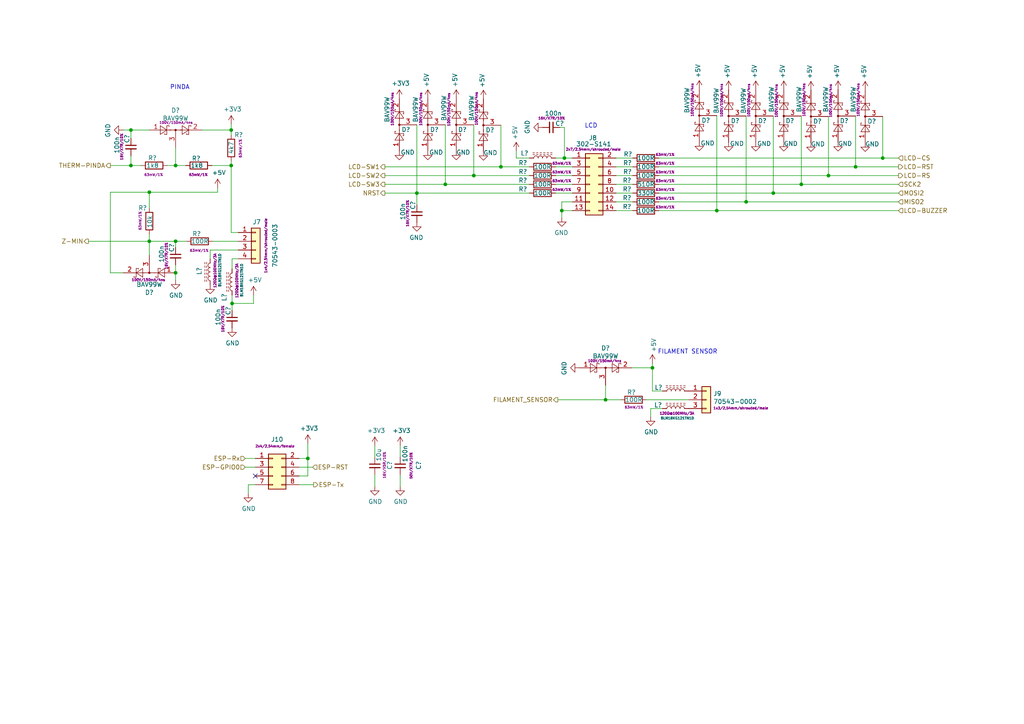
<source format=kicad_sch>
(kicad_sch (version 20231120) (generator "eeschema") (generator_version "8.0")
  (paper "A4")
  (title_block (title "Buddy") (date "2019-10-24") (rev "v1.0.0") (company "PRUSA Research s.r.o.") (comment 1 "http://creativecommons.org/licenses/by-sa/4.0/") (comment 2 "Licensed under the Attribution-ShareAlike 4.0 International (CC BY-SA 4.0)"))
  (lib_symbols
    (symbol "BUDDY_v1.0.0-rescue:+3.3V-power" (power) (pin_names (offset 0))
      (property "Value" "power:+3.3V" (at 0 3.556 0))
      (symbol "+3.3V-power_0_1"
        (polyline (pts (xy -0.762 1.27) (xy 0 2.54)))
        (polyline (pts (xy 0 0) (xy 0 2.54)))
        (polyline (pts (xy 0 2.54) (xy 0.762 1.27)))
      )
      (symbol "+3.3V-power_1_1"
        (pin power_in line (at 0 0 90) (length 0) hide (name "+3V3") (number "1"))
      )
    )
    (symbol "BUDDY_v1.0.0-rescue:+5V-power" (power) (pin_names (offset 0))
      (property "Value" "power:+5V" (at 0 3.556 0))
      (symbol "+5V-power_0_1"
        (polyline (pts (xy -0.762 1.27) (xy 0 2.54)))
        (polyline (pts (xy 0 0) (xy 0 2.54)))
        (polyline (pts (xy 0 2.54) (xy 0.762 1.27)))
      )
      (symbol "+5V-power_1_1"
        (pin power_in line (at 0 0 90) (length 0) hide (name "+5V") (number "1"))
      )
    )
    (symbol "BUDDY_v1.0.0-rescue:GND-power" (power) (pin_names (offset 0))
      (property "Value" "power:GND" (at 0 -3.81 0))
      (symbol "GND-power_0_1"
        (polyline (pts (xy 0 0) (xy 0 -1.27) (xy 1.27 -1.27) (xy 0 -2.54) (xy -1.27 -1.27) (xy 0 -1.27)))
      )
      (symbol "GND-power_1_1"
        (pin power_in line (at 0 0 270) (length 0) hide (name "GND") (number "1"))
      )
    )
    (symbol "BUDDY_v1.0.0-rescue:L_Core_Ferrite-Device" (pin_numbers hide) (pin_names (offset 1.016) hide)
      (property "Reference" "L" (at -1.27 0 90))
      (property "Value" "Device:L_Core_Ferrite" (at 2.794 0 90))
      (symbol "L_Core_Ferrite-Device_0_1"
        (arc (start 0 -2.54) (mid 0.635 -1.905) (end 0 -1.27))
        (arc (start 0 -1.27) (mid 0.635 -0.635) (end 0 0))
        (polyline (pts (xy 1.016 -2.794) (xy 1.016 -2.286)))
        (polyline (pts (xy 1.016 -1.778) (xy 1.016 -1.27)))
        (polyline (pts (xy 1.016 -0.762) (xy 1.016 -0.254)))
        (polyline (pts (xy 1.016 0.254) (xy 1.016 0.762)))
        (polyline (pts (xy 1.016 1.27) (xy 1.016 1.778)))
        (polyline (pts (xy 1.016 2.286) (xy 1.016 2.794)))
        (polyline (pts (xy 1.524 -2.286) (xy 1.524 -2.794)))
        (polyline (pts (xy 1.524 -1.27) (xy 1.524 -1.778)))
        (polyline (pts (xy 1.524 -0.254) (xy 1.524 -0.762)))
        (polyline (pts (xy 1.524 0.762) (xy 1.524 0.254)))
        (polyline (pts (xy 1.524 1.778) (xy 1.524 1.27)))
        (polyline (pts (xy 1.524 2.794) (xy 1.524 2.286)))
        (arc (start 0 0) (mid 0.635 0.635) (end 0 1.27))
        (arc (start 0 1.27) (mid 0.635 1.905) (end 0 2.54))
      )
      (symbol "L_Core_Ferrite-Device_1_1"
        (pin passive line (at 0 3.81 270) (length 1.27) (name "1") (number "1"))
        (pin passive line (at 0 -3.81 90) (length 1.27) (name "2") (number "2"))
      )
    )
    (symbol "Connector_Generic:Conn_01x03" (pin_names (offset 1.016) hide)
      (property "Reference" "J" (at 0 5.08 0))
      (property "Value" "Conn_01x03" (at 0 -5.08 0))
      (symbol "Conn_01x03_1_1"
        (rectangle (start -1.27 -2.413) (end 0 -2.667) (stroke (width 0.1524)))
        (rectangle (start -1.27 0.127) (end 0 -0.127) (stroke (width 0.1524)))
        (rectangle (start -1.27 2.667) (end 0 2.413) (stroke (width 0.1524)))
        (rectangle (start -1.27 3.81) (end 1.27 -3.81) (stroke (width 0.254)) (fill (type background)))
        (pin passive line (at -5.08 2.54 0) (length 3.81) (name "Pin_1") (number "1"))
        (pin passive line (at -5.08 0 0) (length 3.81) (name "Pin_2") (number "2"))
        (pin passive line (at -5.08 -2.54 0) (length 3.81) (name "Pin_3") (number "3"))
      )
    )
    (symbol "Connector_Generic:Conn_01x04" (pin_names (offset 1.016) hide)
      (property "Reference" "J" (at 0 5.08 0))
      (property "Value" "Conn_01x04" (at 0 -7.62 0))
      (symbol "Conn_01x04_1_1"
        (rectangle (start -1.27 -4.953) (end 0 -5.207) (stroke (width 0.1524)))
        (rectangle (start -1.27 -2.413) (end 0 -2.667) (stroke (width 0.1524)))
        (rectangle (start -1.27 0.127) (end 0 -0.127) (stroke (width 0.1524)))
        (rectangle (start -1.27 2.667) (end 0 2.413) (stroke (width 0.1524)))
        (rectangle (start -1.27 3.81) (end 1.27 -6.35) (stroke (width 0.254)) (fill (type background)))
        (pin passive line (at -5.08 2.54 0) (length 3.81) (name "Pin_1") (number "1"))
        (pin passive line (at -5.08 0 0) (length 3.81) (name "Pin_2") (number "2"))
        (pin passive line (at -5.08 -2.54 0) (length 3.81) (name "Pin_3") (number "3"))
        (pin passive line (at -5.08 -5.08 0) (length 3.81) (name "Pin_4") (number "4"))
      )
    )
    (symbol "Connector_Generic:Conn_02x04_Odd_Even" (pin_names (offset 1.016) hide)
      (property "Reference" "J" (at 1.27 5.08 0))
      (property "Value" "Conn_02x04_Odd_Even" (at 1.27 -7.62 0))
      (symbol "Conn_02x04_Odd_Even_1_1"
        (rectangle (start -1.27 -4.953) (end 0 -5.207) (stroke (width 0.1524)))
        (rectangle (start -1.27 -2.413) (end 0 -2.667) (stroke (width 0.1524)))
        (rectangle (start -1.27 0.127) (end 0 -0.127) (stroke (width 0.1524)))
        (rectangle (start -1.27 2.667) (end 0 2.413) (stroke (width 0.1524)))
        (rectangle (start -1.27 3.81) (end 3.81 -6.35) (stroke (width 0.254)) (fill (type background)))
        (rectangle (start 3.81 -4.953) (end 2.54 -5.207) (stroke (width 0.1524)))
        (rectangle (start 3.81 -2.413) (end 2.54 -2.667) (stroke (width 0.1524)))
        (rectangle (start 3.81 0.127) (end 2.54 -0.127) (stroke (width 0.1524)))
        (rectangle (start 3.81 2.667) (end 2.54 2.413) (stroke (width 0.1524)))
        (pin passive line (at -5.08 2.54 0) (length 3.81) (name "Pin_1") (number "1"))
        (pin passive line (at 7.62 2.54 180) (length 3.81) (name "Pin_2") (number "2"))
        (pin passive line (at -5.08 0 0) (length 3.81) (name "Pin_3") (number "3"))
        (pin passive line (at 7.62 0 180) (length 3.81) (name "Pin_4") (number "4"))
        (pin passive line (at -5.08 -2.54 0) (length 3.81) (name "Pin_5") (number "5"))
        (pin passive line (at 7.62 -2.54 180) (length 3.81) (name "Pin_6") (number "6"))
        (pin passive line (at -5.08 -5.08 0) (length 3.81) (name "Pin_7") (number "7"))
        (pin passive line (at 7.62 -5.08 180) (length 3.81) (name "Pin_8") (number "8"))
      )
    )
    (symbol "Connector_Generic:Conn_02x07_Odd_Even" (pin_names (offset 1.016) hide)
      (property "Reference" "J" (at 1.27 10.16 0))
      (property "Value" "Conn_02x07_Odd_Even" (at 1.27 -10.16 0))
      (symbol "Conn_02x07_Odd_Even_1_1"
        (rectangle (start -1.27 -7.493) (end 0 -7.747) (stroke (width 0.1524)))
        (rectangle (start -1.27 -4.953) (end 0 -5.207) (stroke (width 0.1524)))
        (rectangle (start -1.27 -2.413) (end 0 -2.667) (stroke (width 0.1524)))
        (rectangle (start -1.27 0.127) (end 0 -0.127) (stroke (width 0.1524)))
        (rectangle (start -1.27 2.667) (end 0 2.413) (stroke (width 0.1524)))
        (rectangle (start -1.27 5.207) (end 0 4.953) (stroke (width 0.1524)))
        (rectangle (start -1.27 7.747) (end 0 7.493) (stroke (width 0.1524)))
        (rectangle (start -1.27 8.89) (end 3.81 -8.89) (stroke (width 0.254)) (fill (type background)))
        (rectangle (start 3.81 -7.493) (end 2.54 -7.747) (stroke (width 0.1524)))
        (rectangle (start 3.81 -4.953) (end 2.54 -5.207) (stroke (width 0.1524)))
        (rectangle (start 3.81 -2.413) (end 2.54 -2.667) (stroke (width 0.1524)))
        (rectangle (start 3.81 0.127) (end 2.54 -0.127) (stroke (width 0.1524)))
        (rectangle (start 3.81 2.667) (end 2.54 2.413) (stroke (width 0.1524)))
        (rectangle (start 3.81 5.207) (end 2.54 4.953) (stroke (width 0.1524)))
        (rectangle (start 3.81 7.747) (end 2.54 7.493) (stroke (width 0.1524)))
        (pin passive line (at -5.08 7.62 0) (length 3.81) (name "Pin_1") (number "1"))
        (pin passive line (at 7.62 -2.54 180) (length 3.81) (name "Pin_10") (number "10"))
        (pin passive line (at -5.08 -5.08 0) (length 3.81) (name "Pin_11") (number "11"))
        (pin passive line (at 7.62 -5.08 180) (length 3.81) (name "Pin_12") (number "12"))
        (pin passive line (at -5.08 -7.62 0) (length 3.81) (name "Pin_13") (number "13"))
        (pin passive line (at 7.62 -7.62 180) (length 3.81) (name "Pin_14") (number "14"))
        (pin passive line (at 7.62 7.62 180) (length 3.81) (name "Pin_2") (number "2"))
        (pin passive line (at -5.08 5.08 0) (length 3.81) (name "Pin_3") (number "3"))
        (pin passive line (at 7.62 5.08 180) (length 3.81) (name "Pin_4") (number "4"))
        (pin passive line (at -5.08 2.54 0) (length 3.81) (name "Pin_5") (number "5"))
        (pin passive line (at 7.62 2.54 180) (length 3.81) (name "Pin_6") (number "6"))
        (pin passive line (at -5.08 0 0) (length 3.81) (name "Pin_7") (number "7"))
        (pin passive line (at 7.62 0 180) (length 3.81) (name "Pin_8") (number "8"))
        (pin passive line (at -5.08 -2.54 0) (length 3.81) (name "Pin_9") (number "9"))
      )
    )
    (symbol "Device:C_Small" (pin_numbers hide) (pin_names (offset 0.254) hide)
      (property "Reference" "C" (at 0.254 1.778 0))
      (property "Value" "C_Small" (at 0.254 -2.032 0))
      (symbol "C_Small_0_1"
        (polyline (pts (xy -1.524 -0.508) (xy 1.524 -0.508)) (stroke (width 0.3302)))
        (polyline (pts (xy -1.524 0.508) (xy 1.524 0.508)) (stroke (width 0.3048)))
      )
      (symbol "C_Small_1_1"
        (pin passive line (at 0 2.54 270) (length 2.032) (name "~") (number "1"))
        (pin passive line (at 0 -2.54 90) (length 2.032) (name "~") (number "2"))
      )
    )
    (symbol "Device:R" (pin_numbers hide) (pin_names (offset 0))
      (property "Reference" "R" (at 2.032 0 90))
      (property "Value" "R" (at 0 0 90))
      (symbol "R_0_1"
        (rectangle (start -1.016 -2.54) (end 1.016 2.54) (stroke (width 0.254)))
      )
      (symbol "R_1_1"
        (pin passive line (at 0 3.81 270) (length 1.27) (name "~") (number "1"))
        (pin passive line (at 0 -3.81 90) (length 1.27) (name "~") (number "2"))
      )
    )
    (symbol "Diode:BAS40-04" (pin_names (offset 1.016))
      (property "Reference" "D" (at 0.635 -1.27 0))
      (property "Value" "BAS40-04" (at -6.35 5.715 0))
      (symbol "BAS40-04_0_1"
        (polyline (pts (xy -3.81 2.54) (xy -1.27 2.54)))
        (polyline (pts (xy -3.175 1.27) (xy -3.175 1.524)))
        (polyline (pts (xy -2.54 1.27) (xy -3.175 1.27)))
        (polyline (pts (xy -2.54 1.27) (xy -2.54 3.81)))
        (polyline (pts (xy -2.54 3.81) (xy -1.905 3.81)))
        (polyline (pts (xy -1.905 2.54) (xy 1.905 2.54)))
        (polyline (pts (xy -1.905 3.81) (xy -1.905 3.556)))
        (polyline (pts (xy 1.27 2.54) (xy 3.81 2.54)))
        (polyline (pts (xy 3.175 1.27) (xy 3.175 1.524)))
        (polyline (pts (xy 3.81 1.27) (xy 3.175 1.27)))
        (polyline (pts (xy 3.81 1.27) (xy 3.81 3.81)))
        (polyline (pts (xy 3.81 3.81) (xy 4.445 3.81)))
        (polyline (pts (xy 4.445 3.81) (xy 4.445 3.556)))
        (polyline (pts (xy -4.445 3.81) (xy -4.445 1.27) (xy -2.54 2.54) (xy -4.445 3.81)))
        (polyline (pts (xy 1.905 3.81) (xy 1.905 1.27) (xy 3.81 2.54) (xy 1.905 3.81)))
        (circle (center 0 2.54) (radius 0.254) (fill (type outline)))
      )
      (symbol "BAS40-04_1_1"
        (pin passive line (at -7.62 2.54 0) (length 3.81) (name "~") (number "1"))
        (pin passive line (at 7.62 2.54 180) (length 3.81) (name "~") (number "2"))
        (pin passive line (at 0 -2.54 90) (length 5.08) (name "~") (number "3"))
      )
    )
  )
  (junction (at 248.158 48.387))
  (junction (at 89.281 132.969))
  (junction (at 37.973 48.006))
  (junction (at 67.056 48.006))
  (junction (at 37.973 37.719))
  (junction (at 43.307 55.753))
  (junction (at 50.927 69.977))
  (junction (at 240.284 50.927))
  (junction (at 120.904 56.007))
  (junction (at 224.282 56.007))
  (junction (at 189.23 106.68))
  (junction (at 175.641 115.951))
  (junction (at 232.41 53.467))
  (junction (at 256.032 45.847))
  (junction (at 162.941 61.087))
  (junction (at 50.927 79.121))
  (junction (at 67.31 88.011))
  (junction (at 50.927 48.006))
  (junction (at 129.159 53.467))
  (junction (at 163.703 45.847))
  (junction (at 207.899 61.087))
  (junction (at 67.056 37.719))
  (junction (at 145.288 48.387))
  (junction (at 43.307 69.977))
  (junction (at 216.408 58.547))
  (junction (at 137.414 50.927))
  (no_connect (at 74.041 138.049))
  (wire (pts (xy 74.041 135.509) (xy 71.12 135.509)))
  (wire (pts (xy 120.904 36.195) (xy 120.904 56.007)))
  (wire (pts (xy 37.973 45.212) (xy 37.973 48.006)))
  (wire (pts (xy 240.284 33.782) (xy 240.284 50.927)))
  (wire (pts (xy 43.307 69.977) (xy 25.654 69.977)))
  (wire (pts (xy 137.414 50.927) (xy 153.543 50.927)))
  (wire (pts (xy 86.741 140.589) (xy 90.932 140.589)))
  (wire (pts (xy 188.722 120.904) (xy 188.722 118.491)))
  (wire (pts (xy 187.579 115.951) (xy 199.771 115.951)))
  (wire (pts (xy 73.533 88.011) (xy 73.533 85.598)))
  (wire (pts (xy 63.119 55.753) (xy 63.119 54.483)))
  (wire (pts (xy 86.741 135.509) (xy 90.678 135.509)))
  (wire (pts (xy 165.989 48.387) (xy 161.163 48.387)))
  (wire (pts (xy 216.408 58.547) (xy 260.604 58.547)))
  (wire (pts (xy 165.989 61.087) (xy 162.941 61.087)))
  (wire (pts (xy 189.23 106.68) (xy 189.23 105.41)))
  (wire (pts (xy 183.515 61.087) (xy 178.689 61.087)))
  (wire (pts (xy 162.941 63.119) (xy 162.941 61.087)))
  (wire (pts (xy 224.282 33.655) (xy 224.282 56.007)))
  (wire (pts (xy 72.009 143.129) (xy 72.009 140.589)))
  (wire (pts (xy 129.159 53.467) (xy 153.543 53.467)))
  (wire (pts (xy 232.41 33.655) (xy 232.41 53.467)))
  (wire (pts (xy 256.032 33.782) (xy 256.032 45.847)))
  (wire (pts (xy 162.941 58.547) (xy 165.989 58.547)))
  (wire (pts (xy 161.798 115.951) (xy 175.641 115.951)))
  (wire (pts (xy 67.31 85.598) (xy 67.31 88.011)))
  (wire (pts (xy 165.989 50.927) (xy 161.163 50.927)))
  (wire (pts (xy 53.848 48.006) (xy 50.927 48.006)))
  (wire (pts (xy 207.899 33.528) (xy 207.899 61.087)))
  (wire (pts (xy 232.41 53.467) (xy 260.604 53.467)))
  (wire (pts (xy 69.088 69.977) (xy 61.722 69.977)))
  (wire (pts (xy 111.633 53.467) (xy 129.159 53.467)))
  (wire (pts (xy 240.284 50.927) (xy 260.604 50.927)))
  (wire (pts (xy 43.307 69.977) (xy 50.927 69.977)))
  (wire (pts (xy 248.158 33.655) (xy 248.158 48.387)))
  (wire (pts (xy 183.515 56.007) (xy 178.689 56.007)))
  (wire (pts (xy 129.159 36.195) (xy 129.159 53.467)))
  (wire (pts (xy 191.135 50.927) (xy 240.284 50.927)))
  (wire (pts (xy 50.927 69.977) (xy 50.927 71.755)))
  (wire (pts (xy 32.004 79.121) (xy 32.004 55.753)))
  (wire (pts (xy 116.078 129.286) (xy 116.078 132.588)))
  (wire (pts (xy 162.941 61.087) (xy 162.941 58.547)))
  (wire (pts (xy 50.927 48.006) (xy 48.514 48.006)))
  (wire (pts (xy 67.056 67.437) (xy 69.088 67.437)))
  (wire (pts (xy 149.733 45.847) (xy 153.543 45.847)))
  (wire (pts (xy 50.927 42.799) (xy 50.927 48.006)))
  (wire (pts (xy 43.307 74.041) (xy 43.307 69.977)))
  (wire (pts (xy 37.973 37.719) (xy 35.687 37.719)))
  (wire (pts (xy 163.703 45.847) (xy 161.163 45.847)))
  (wire (pts (xy 224.282 56.007) (xy 260.604 56.007)))
  (wire (pts (xy 120.904 56.007) (xy 153.543 56.007)))
  (wire (pts (xy 61.468 48.006) (xy 67.056 48.006)))
  (wire (pts (xy 183.515 48.387) (xy 178.689 48.387)))
  (wire (pts (xy 60.96 72.517) (xy 69.088 72.517)))
  (wire (pts (xy 191.135 61.087) (xy 207.899 61.087)))
  (wire (pts (xy 161.163 53.467) (xy 165.989 53.467)))
  (wire (pts (xy 183.515 53.467) (xy 178.689 53.467)))
  (wire (pts (xy 74.041 132.969) (xy 71.12 132.969)))
  (wire (pts (xy 256.032 45.847) (xy 260.604 45.847)))
  (wire (pts (xy 111.633 48.387) (xy 145.288 48.387)))
  (wire (pts (xy 43.307 60.325) (xy 43.307 55.753)))
  (wire (pts (xy 32.004 55.753) (xy 43.307 55.753)))
  (wire (pts (xy 89.281 132.969) (xy 89.281 128.651)))
  (wire (pts (xy 137.414 36.195) (xy 137.414 50.927)))
  (wire (pts (xy 189.23 113.411) (xy 189.23 106.68)))
  (wire (pts (xy 50.927 76.835) (xy 50.927 79.121)))
  (wire (pts (xy 191.135 58.547) (xy 216.408 58.547)))
  (wire (pts (xy 60.96 75.057) (xy 60.96 72.517)))
  (wire (pts (xy 108.712 132.588) (xy 108.712 129.286)))
  (wire (pts (xy 37.973 48.006) (xy 32.004 48.006)))
  (wire (pts (xy 43.307 69.977) (xy 43.307 67.945)))
  (wire (pts (xy 183.261 106.68) (xy 189.23 106.68)))
  (wire (pts (xy 188.722 118.491) (xy 192.151 118.491)))
  (wire (pts (xy 191.135 48.387) (xy 248.158 48.387)))
  (wire (pts (xy 145.288 36.322) (xy 145.288 48.387)))
  (wire (pts (xy 35.687 79.121) (xy 32.004 79.121)))
  (wire (pts (xy 183.515 50.927) (xy 178.689 50.927)))
  (wire (pts (xy 67.056 48.006) (xy 67.056 67.437)))
  (wire (pts (xy 120.904 56.007) (xy 120.904 59.436)))
  (wire (pts (xy 50.927 69.977) (xy 54.102 69.977)))
  (wire (pts (xy 116.078 137.668) (xy 116.078 141.097)))
  (wire (pts (xy 175.641 111.76) (xy 175.641 115.951)))
  (wire (pts (xy 248.158 48.387) (xy 260.604 48.387)))
  (wire (pts (xy 163.703 36.957) (xy 163.703 45.847)))
  (wire (pts (xy 58.547 37.719) (xy 67.056 37.719)))
  (wire (pts (xy 67.056 46.736) (xy 67.056 48.006)))
  (wire (pts (xy 162.433 36.957) (xy 163.703 36.957)))
  (wire (pts (xy 191.135 56.007) (xy 224.282 56.007)))
  (wire (pts (xy 183.515 58.547) (xy 178.689 58.547)))
  (wire (pts (xy 67.31 75.057) (xy 69.088 75.057)))
  (wire (pts (xy 216.408 33.655) (xy 216.408 58.547)))
  (wire (pts (xy 207.899 61.087) (xy 260.604 61.087)))
  (wire (pts (xy 50.927 81.28) (xy 50.927 79.121)))
  (wire (pts (xy 108.712 137.668) (xy 108.712 141.097)))
  (wire (pts (xy 120.904 56.007) (xy 111.633 56.007)))
  (wire (pts (xy 86.741 132.969) (xy 89.281 132.969)))
  (wire (pts (xy 145.288 48.387) (xy 153.543 48.387)))
  (wire (pts (xy 149.733 45.847) (xy 149.733 43.815)))
  (wire (pts (xy 179.959 115.951) (xy 175.641 115.951)))
  (wire (pts (xy 89.281 132.969) (xy 89.281 138.049)))
  (wire (pts (xy 67.056 39.116) (xy 67.056 37.719)))
  (wire (pts (xy 192.151 113.411) (xy 189.23 113.411)))
  (wire (pts (xy 161.163 56.007) (xy 165.989 56.007)))
  (wire (pts (xy 72.009 140.589) (xy 74.041 140.589)))
  (wire (pts (xy 43.307 55.753) (xy 63.119 55.753)))
  (wire (pts (xy 183.515 45.847) (xy 178.689 45.847)))
  (wire (pts (xy 67.31 88.011) (xy 67.31 90.043)))
  (wire (pts (xy 191.135 45.847) (xy 256.032 45.847)))
  (wire (pts (xy 191.135 53.467) (xy 232.41 53.467)))
  (wire (pts (xy 111.633 50.927) (xy 137.414 50.927)))
  (wire (pts (xy 165.989 45.847) (xy 163.703 45.847)))
  (wire (pts (xy 67.056 37.719) (xy 67.056 36.068)))
  (wire (pts (xy 37.973 37.719) (xy 43.307 37.719)))
  (wire (pts (xy 67.31 88.011) (xy 73.533 88.011)))
  (wire (pts (xy 67.31 77.978) (xy 67.31 75.057)))
  (wire (pts (xy 37.973 40.132) (xy 37.973 37.719)))
  (wire (pts (xy 37.973 48.006) (xy 40.894 48.006)))
  (wire (pts (xy 86.741 138.049) (xy 89.281 138.049)))
  (text "LCD" (at 169.545 37.338 0) (effects (font (size 1.27 1.27)) (justify left bottom)))
  (text "PINDA" (at 49.276 26.162 0) (effects (font (size 1.27 1.27)) (justify left bottom)))
  (text "FILAMENT SENSOR" (at 190.754 102.87 0) (effects (font (size 1.27 1.27)) (justify left bottom)))
  (hierarchical_label "ESP-GPIO0" (shape input) (at 71.12 135.509 180))
  (hierarchical_label "SCK2" (shape input) (at 260.604 53.467 0))
  (hierarchical_label "LCD-SW2" (shape output) (at 111.633 50.927 180))
  (hierarchical_label "LCD-SW1" (shape output) (at 111.633 48.387 180))
  (hierarchical_label "Z-MIN" (shape output) (at 25.654 69.977 180))
  (hierarchical_label "ESP-Rx" (shape input) (at 71.12 132.969 180))
  (hierarchical_label "MOSI2" (shape input) (at 260.604 56.007 0))
  (hierarchical_label "LCD-BUZZER" (shape input) (at 260.604 61.087 0))
  (hierarchical_label "NRST" (shape output) (at 111.633 56.007 180))
  (hierarchical_label "FILAMENT_SENSOR" (shape output) (at 161.798 115.951 180))
  (hierarchical_label "MISO2" (shape input) (at 260.604 58.547 0))
  (hierarchical_label "LCD-RS" (shape output) (at 260.604 50.927 0))
  (hierarchical_label "THERM-PINDA" (shape output) (at 32.004 48.006 180))
  (hierarchical_label "LCD-RST" (shape output) (at 260.604 48.387 0))
  (hierarchical_label "ESP-RST" (shape input) (at 90.678 135.509 0))
  (hierarchical_label "ESP-Tx" (shape output) (at 90.932 140.589 0))
  (hierarchical_label "LCD-CS" (shape input) (at 260.604 45.847 0))
  (hierarchical_label "LCD-SW3" (shape output) (at 111.633 53.467 180))
  (symbol (lib_id "BUDDY_v1.0.0-rescue:L_Core_Ferrite-Device") (at 195.961 118.491 90) (unit 1)
    (property "Reference" "L?" (at 190.881 117.475 90))
    (property "Value" "BLM18KG121TN1D" (at 196.469 121.285 90) (effects (font (size 0.7112 0.7112))))
    (property "Footprint" "A3IDES_footprints:R_0603_1608Metric" (effects (hide yes)))
    (property "req" "120Ω@100MHz/3A" (at 196.342 119.888 90) (effects (font (size 0.7112 0.7112))))
    (instances (project "" (path "" (reference "L?") (unit 1)) (path "" (reference "L?") (unit 1)) (path "" (reference "L?") (unit 1)) (path "" (reference "L25") (unit 1))))
  )
  (symbol (lib_id "BUDDY_v1.0.0-rescue:L_Core_Ferrite-Device") (at 195.961 113.411 90) (unit 1)
    (property "Reference" "L?" (at 191.008 112.395 90))
    (property "Value" "BLM18KG121TN1D" (effects (hide yes)))
    (property "Footprint" "A3IDES_footprints:R_0603_1608Metric" (effects (hide yes)))
    (property "req" "120Ω@100MHz/3A" (effects (hide yes)))
    (instances (project "" (path "" (reference "L?") (unit 1)) (path "" (reference "L?") (unit 1)) (path "" (reference "L?") (unit 1)) (path "" (reference "L23") (unit 1))))
  )
  (symbol (lib_id "BUDDY_v1.0.0-rescue:+5V-power") (at 149.733 43.815 0) (mirror y) (unit 1)
    (property "Reference" "#PWR093" (effects (hide yes)))
    (property "Value" "+5V" (at 149.352 40.5638 90) (effects (justify left)))
  )
  (symbol (lib_id "BUDDY_v1.0.0-rescue:GND-power") (at 162.941 63.119 0) (mirror y) (unit 1)
    (property "Reference" "#PWR092" (effects (hide yes)))
    (property "Value" "GND" (at 162.814 67.5132 0))
  )
  (symbol (lib_id "Device:R") (at 157.353 56.007 270) (unit 1)
    (property "Reference" "R?" (at 150.368 54.864 90) (effects (justify left)))
    (property "Value" "100R" (at 154.813 56.007 90) (effects (justify left)))
    (property "Footprint" "A3IDES_footprints:R_0402_1005Metric" (effects (hide yes)))
    (property "req" "63mW/1%" (at 162.941 54.991 90) (effects (font (size 0.7112 0.7112))))
    (instances (project "" (path "" (reference "R?") (unit 1)) (path "" (reference "R?") (unit 1)) (path "" (reference "R63") (unit 1))))
  )
  (symbol (lib_id "Diode:BAS40-04") (at 118.364 36.195 90) (unit 1)
    (property "Reference" "D?" (at 117.729 37.592 90))
    (property "Value" "BAV99W" (at 112.268 31.75 0))
    (property "Footprint" "Package_TO_SOT_SMD:SOT-323_SC-70" (effects (hide yes)))
    (property "req" "100V/150mA/4ns" (at 113.792 31.623 0) (effects (font (size 0.7112 0.7112))))
    (instances (project "" (path "" (reference "D?") (unit 1)) (path "" (reference "D?") (unit 1)) (path "" (reference "D34") (unit 1))))
  )
  (symbol (lib_id "BUDDY_v1.0.0-rescue:GND-power") (at 115.824 43.815 0) (mirror y) (unit 1)
    (property "Reference" "#PWR0118" (effects (hide yes)))
    (property "Value" "GND" (at 118.237 44.196 0))
  )
  (symbol (lib_id "Device:R") (at 187.325 58.547 270) (unit 1)
    (property "Reference" "R?" (at 180.594 57.404 90) (effects (justify left)))
    (property "Value" "100R" (at 184.785 58.547 90) (effects (justify left)))
    (property "Footprint" "A3IDES_footprints:R_0402_1005Metric" (effects (hide yes)))
    (property "req" "63mW/1%" (at 192.913 57.531 90) (effects (font (size 0.7112 0.7112))))
    (instances (project "" (path "" (reference "R?") (unit 1)) (path "" (reference "R?") (unit 1)) (path "" (reference "R69") (unit 1))))
  )
  (symbol (lib_id "Diode:BAS40-04") (at 213.868 33.655 90) (unit 1)
    (property "Reference" "D?" (at 213.233 35.052 90))
    (property "Value" "BAV99W" (at 207.772 29.21 0))
    (property "Footprint" "Package_TO_SOT_SMD:SOT-323_SC-70" (effects (hide yes)))
    (property "req" "100V/150mA/4ns" (at 209.296 29.083 0) (effects (font (size 0.7112 0.7112))))
    (instances (project "" (path "" (reference "D?") (unit 1)) (path "" (reference "D?") (unit 1)) (path "" (reference "D35") (unit 1))))
  )
  (symbol (lib_id "BUDDY_v1.0.0-rescue:+5V-power") (at 211.328 26.035 0) (mirror y) (unit 1)
    (property "Reference" "#PWR026" (effects (hide yes)))
    (property "Value" "+5V" (at 210.947 22.7838 90) (effects (justify left)))
  )
  (symbol (lib_id "BUDDY_v1.0.0-rescue:GND-power") (at 211.328 41.275 0) (mirror y) (unit 1)
    (property "Reference" "#PWR027" (effects (hide yes)))
    (property "Value" "GND" (at 213.741 41.656 0))
  )
  (symbol (lib_id "Connector_Generic:Conn_02x04_Odd_Even") (at 79.121 135.509 0) (unit 1)
    (property "Reference" "J10" (at 80.391 127.4572 0))
    (property "Value" "Conn_02x04_Odd_Even" (effects (hide yes)))
    (property "Footprint" "Connector_PinHeader_2.54mm:PinHeader_2x04_P2.54mm_Vertical" (effects (hide yes)))
    (property "req" "2x4/2,54mm/female" (at 79.756 129.413 0) (effects (font (size 0.7112 0.7112))))
  )
  (symbol (lib_id "BUDDY_v1.0.0-rescue:+3.3V-power") (at 89.281 128.651 0) (unit 1)
    (property "Reference" "#PWR0111" (effects (hide yes)))
    (property "Value" "+3V3" (at 89.662 124.2568 0))
  )
  (symbol (lib_id "BUDDY_v1.0.0-rescue:GND-power") (at 72.009 143.129 0) (unit 1)
    (property "Reference" "#PWR028" (effects (hide yes)))
    (property "Value" "GND" (at 72.136 147.5232 0))
  )
  (symbol (lib_id "Device:C_Small") (at 108.712 135.128 0) (unit 1)
    (property "Reference" "C?" (at 113.03 136.271 90) (effects (justify left)))
    (property "Value" "10u" (at 109.855 133.858 90) (effects (justify left)))
    (property "Footprint" "A3IDES_footprints:C_0805_2012Metric" (effects (hide yes)))
    (property "req" "16V/X5R/10%" (at 111.506 138.811 90) (effects (font (size 0.7112 0.7112)) (justify left)))
    (instances (project "" (path "" (reference "C?") (unit 1)) (path "" (reference "C?") (unit 1)) (path "" (reference "C37") (unit 1))))
  )
  (symbol (lib_id "Device:C_Small") (at 116.078 135.128 0) (unit 1)
    (property "Reference" "C?" (at 121.412 136.271 90) (effects (justify left)))
    (property "Value" "100n" (at 117.475 134.112 90) (effects (justify left)))
    (property "Footprint" "A3IDES_footprints:C_0603_1608Metric" (effects (hide yes)))
    (property "req" "50V/X7R/10%" (at 119.253 138.938 90) (effects (font (size 0.7112 0.7112)) (justify left)))
    (instances (project "" (path "" (reference "C?") (unit 1)) (path "" (reference "C?") (unit 1)) (path "" (reference "C39") (unit 1)) (path "" (reference "C?") (unit 1))))
  )
  (symbol (lib_id "Connector_Generic:Conn_01x04") (at 74.168 69.977 0) (unit 1)
    (property "Reference" "J7" (at 73.279 64.389 0) (effects (justify left)))
    (property "Value" "70543-0003" (at 79.756 77.597 90) (effects (justify left)))
    (property "Footprint" "A3IDES_footprints:Pin_1x04-XL" (effects (hide yes)))
    (property "req" "1x4/2,54mm/shrouded/male" (at 77.089 71.247 90) (effects (font (size 0.7112 0.7112))))
  )
  (symbol (lib_id "Diode:BAS40-04") (at 50.927 40.259 0) (unit 1)
    (property "Reference" "D?" (at 50.927 32.004 0))
    (property "Value" "BAV99W" (at 50.927 34.3154 0))
    (property "Footprint" "Package_TO_SOT_SMD:SOT-323_SC-70" (effects (hide yes)))
    (property "req" "100V/150mA/4ns" (at 51.054 35.56 0) (effects (font (size 0.7112 0.7112))))
    (instances (project "" (path "" (reference "D?") (unit 1)) (path "" (reference "D?") (unit 1)) (path "" (reference "D21") (unit 1))))
  )
  (symbol (lib_id "Device:R") (at 67.056 42.926 0) (unit 1)
    (property "Reference" "R?" (at 67.945 39.116 0) (effects (justify left)))
    (property "Value" "4k7" (at 67.056 44.704 90) (effects (justify left)))
    (property "Footprint" "A3IDES_footprints:R_0402_1005Metric" (effects (hide yes)))
    (property "req" "63mW/1%" (at 69.723 43.053 90) (effects (font (size 0.7112 0.7112))))
    (instances (project "" (path "" (reference "R?") (unit 1)) (path "" (reference "R?") (unit 1)) (path "" (reference "R58") (unit 1))))
  )
  (symbol (lib_id "Device:R") (at 44.704 48.006 270) (unit 1)
    (property "Reference" "R?" (at 42.926 45.847 90) (effects (justify left)))
    (property "Value" "1k8" (at 42.418 48.006 90) (effects (justify left)))
    (property "Footprint" "A3IDES_footprints:R_0402_1005Metric" (effects (hide yes)))
    (property "req" "63mW/1%" (at 44.577 50.673 90) (effects (font (size 0.7112 0.7112))))
    (instances (project "" (path "" (reference "R?") (unit 1)) (path "" (reference "R?") (unit 1)) (path "" (reference "R55") (unit 1))))
  )
  (symbol (lib_id "Device:R") (at 57.658 48.006 270) (unit 1)
    (property "Reference" "R?" (at 55.626 45.974 90) (effects (justify left)))
    (property "Value" "1k8" (at 55.245 48.006 90) (effects (justify left)))
    (property "Footprint" "A3IDES_footprints:R_0402_1005Metric" (effects (hide yes)))
    (property "req" "63mW/1%" (at 57.531 50.673 90) (effects (font (size 0.7112 0.7112))))
    (instances (project "" (path "" (reference "R?") (unit 1)) (path "" (reference "R?") (unit 1)) (path "" (reference "R56") (unit 1))))
  )
  (symbol (lib_id "BUDDY_v1.0.0-rescue:GND-power") (at 35.687 37.719 270) (unit 1)
    (property "Reference" "#PWR?" (effects (hide yes)))
    (property "Value" "GND" (at 31.2928 37.846 0))
    (instances (project "" (path "" (reference "#PWR?") (unit 1)) (path "" (reference "#PWR?") (unit 1)) (path "" (reference "#PWR084") (unit 1))))
  )
  (symbol (lib_id "Diode:BAS40-04") (at 43.307 76.581 180) (unit 1)
    (property "Reference" "D?" (at 43.307 84.836 0))
    (property "Value" "BAV99W" (at 43.307 82.5246 0))
    (property "Footprint" "Package_TO_SOT_SMD:SOT-323_SC-70" (effects (hide yes)))
    (property "req" "100V/150mA/4ns" (at 43.053 81.153 0) (effects (font (size 0.7112 0.7112))))
    (instances (project "" (path "" (reference "D?") (unit 1)) (path "" (reference "D?") (unit 1)) (path "" (reference "D20") (unit 1))))
  )
  (symbol (lib_id "Device:R") (at 57.912 69.977 270) (unit 1)
    (property "Reference" "R?" (at 55.753 67.818 90) (effects (justify left)))
    (property "Value" "100R" (at 55.372 69.977 90) (effects (justify left)))
    (property "Footprint" "A3IDES_footprints:R_0402_1005Metric" (effects (hide yes)))
    (property "req" "63mW/1%" (at 57.785 72.644 90) (effects (font (size 0.7112 0.7112))))
    (instances (project "" (path "" (reference "R?") (unit 1)) (path "" (reference "R?") (unit 1)) (path "" (reference "R57") (unit 1))))
  )
  (symbol (lib_id "BUDDY_v1.0.0-rescue:GND-power") (at 50.927 81.28 0) (unit 1)
    (property "Reference" "#PWR085" (effects (hide yes)))
    (property "Value" "GND" (at 51.054 85.6742 0))
  )
  (symbol (lib_id "Device:R") (at 43.307 64.135 180) (unit 1)
    (property "Reference" "R?" (at 42.672 60.325 0) (effects (justify left)))
    (property "Value" "10k" (at 43.434 62.484 90) (effects (justify left)))
    (property "Footprint" "A3IDES_footprints:R_0402_1005Metric" (effects (hide yes)))
    (property "req" "63mW/1%" (at 40.64 64.008 90) (effects (font (size 0.7112 0.7112))))
    (instances (project "" (path "" (reference "R?") (unit 1)) (path "" (reference "R?") (unit 1)) (path "" (reference "R54") (unit 1))))
  )
  (symbol (lib_id "BUDDY_v1.0.0-rescue:L_Core_Ferrite-Device") (at 60.96 78.867 180) (unit 1)
    (property "Reference" "L?" (at 57.785 78.613 90))
    (property "Value" "BLM18KG121TN1D" (at 63.754 78.359 90) (effects (font (size 0.7112 0.7112))))
    (property "Footprint" "A3IDES_footprints:R_0603_1608Metric" (effects (hide yes)))
    (property "req" "120Ω@100MHz/3A" (at 62.357 78.486 90) (effects (font (size 0.7112 0.7112))))
    (instances (project "" (path "" (reference "L?") (unit 1)) (path "" (reference "L?") (unit 1)) (path "" (reference "L?") (unit 1)) (path "" (reference "L14") (unit 1))))
  )
  (symbol (lib_id "BUDDY_v1.0.0-rescue:GND-power") (at 60.96 82.677 0) (unit 1)
    (property "Reference" "#PWR086" (effects (hide yes)))
    (property "Value" "GND" (at 61.087 87.0712 0))
  )
  (symbol (lib_id "BUDDY_v1.0.0-rescue:L_Core_Ferrite-Device") (at 67.31 81.788 180) (unit 1)
    (property "Reference" "L?" (at 65.024 86.233 90))
    (property "Value" "BLM18KG121TN1D" (at 70.104 81.28 90) (effects (font (size 0.7112 0.7112))))
    (property "Footprint" "A3IDES_footprints:R_0603_1608Metric" (effects (hide yes)))
    (property "req" "120Ω@100MHz/3A" (at 68.707 81.407 90) (effects (font (size 0.7112 0.7112))))
    (instances (project "" (path "" (reference "L?") (unit 1)) (path "" (reference "L?") (unit 1)) (path "" (reference "L?") (unit 1)) (path "" (reference "L15") (unit 1))))
  )
  (symbol (lib_id "BUDDY_v1.0.0-rescue:GND-power") (at 67.31 95.123 0) (unit 1)
    (property "Reference" "#PWR088" (effects (hide yes)))
    (property "Value" "GND" (at 67.437 99.5172 0))
  )
  (symbol (lib_id "BUDDY_v1.0.0-rescue:+5V-power") (at 73.533 85.598 0) (unit 1)
    (property "Reference" "#PWR089" (effects (hide yes)))
    (property "Value" "+5V" (at 73.914 81.2038 0))
  )
  (symbol (lib_id "BUDDY_v1.0.0-rescue:+3.3V-power") (at 108.712 129.286 0) (unit 1)
    (property "Reference" "#PWR0149" (effects (hide yes)))
    (property "Value" "+3V3" (at 109.093 124.8918 0))
  )
  (symbol (lib_id "BUDDY_v1.0.0-rescue:GND-power") (at 108.712 141.097 0) (unit 1)
    (property "Reference" "#PWR0152" (effects (hide yes)))
    (property "Value" "GND" (at 108.839 145.4912 0))
  )
  (symbol (lib_id "BUDDY_v1.0.0-rescue:GND-power") (at 116.078 141.097 0) (unit 1)
    (property "Reference" "#PWR0158" (effects (hide yes)))
    (property "Value" "GND" (at 116.205 145.4912 0))
  )
  (symbol (lib_id "BUDDY_v1.0.0-rescue:+3.3V-power") (at 116.078 129.286 0) (unit 1)
    (property "Reference" "#PWR0157" (effects (hide yes)))
    (property "Value" "+3V3" (at 116.459 124.8918 0))
  )
  (symbol (lib_id "Diode:BAS40-04") (at 175.641 109.22 0) (unit 1)
    (property "Reference" "D?" (at 175.641 100.965 0))
    (property "Value" "BAV99W" (at 175.641 103.2764 0))
    (property "Footprint" "Package_TO_SOT_SMD:SOT-323_SC-70" (effects (hide yes)))
    (property "req" "100V/150mA/4ns" (at 175.387 104.648 0) (effects (font (size 0.7112 0.7112))))
    (instances (project "" (path "" (reference "D?") (unit 1)) (path "" (reference "D?") (unit 1)) (path "" (reference "D25") (unit 1))))
  )
  (symbol (lib_id "BUDDY_v1.0.0-rescue:GND-power") (at 168.021 106.68 270) (unit 1)
    (property "Reference" "#PWR?" (effects (hide yes)))
    (property "Value" "GND" (at 163.6268 106.807 0))
    (instances (project "" (path "" (reference "#PWR?") (unit 1)) (path "" (reference "#PWR?") (unit 1)) (path "" (reference "#PWR019") (unit 1))))
  )
  (symbol (lib_id "Device:R") (at 183.769 115.951 270) (unit 1)
    (property "Reference" "R?" (at 181.864 113.792 90) (effects (justify left)))
    (property "Value" "100R" (at 181.229 115.951 90) (effects (justify left)))
    (property "Footprint" "A3IDES_footprints:R_0402_1005Metric" (effects (hide yes)))
    (property "req" "63mW/1%" (at 183.896 118.11 90) (effects (font (size 0.7112 0.7112))))
    (instances (project "" (path "" (reference "R?") (unit 1)) (path "" (reference "R?") (unit 1)) (path "" (reference "R18") (unit 1))))
  )
  (symbol (lib_id "Device:R") (at 157.353 48.387 270) (unit 1)
    (property "Reference" "R?" (at 150.368 47.244 90) (effects (justify left)))
    (property "Value" "100R" (at 154.813 48.387 90) (effects (justify left)))
    (property "Footprint" "A3IDES_footprints:R_0402_1005Metric" (effects (hide yes)))
    (property "req" "63mW/1%" (at 162.941 47.371 90) (effects (font (size 0.7112 0.7112))))
    (instances (project "" (path "" (reference "R?") (unit 1)) (path "" (reference "R?") (unit 1)) (path "" (reference "R22") (unit 1))))
  )
  (symbol (lib_id "Device:R") (at 157.353 50.927 270) (unit 1)
    (property "Reference" "R?" (at 150.368 49.784 90) (effects (justify left)))
    (property "Value" "100R" (at 154.813 50.927 90) (effects (justify left)))
    (property "Footprint" "A3IDES_footprints:R_0402_1005Metric" (effects (hide yes)))
    (property "req" "63mW/1%" (at 162.941 49.911 90) (effects (font (size 0.7112 0.7112))))
    (instances (project "" (path "" (reference "R?") (unit 1)) (path "" (reference "R?") (unit 1)) (path "" (reference "R23") (unit 1))))
  )
  (symbol (lib_id "Device:R") (at 157.353 53.467 270) (unit 1)
    (property "Reference" "R?" (at 150.368 52.324 90) (effects (justify left)))
    (property "Value" "100R" (at 154.813 53.467 90) (effects (justify left)))
    (property "Footprint" "A3IDES_footprints:R_0402_1005Metric" (effects (hide yes)))
    (property "req" "63mW/1%" (at 162.941 52.451 90) (effects (font (size 0.7112 0.7112))))
    (instances (project "" (path "" (reference "R?") (unit 1)) (path "" (reference "R?") (unit 1)) (path "" (reference "R41") (unit 1))))
  )
  (symbol (lib_id "Device:R") (at 187.325 45.847 270) (unit 1)
    (property "Reference" "R?" (at 180.848 44.704 90) (effects (justify left)))
    (property "Value" "100R" (at 184.785 45.847 90) (effects (justify left)))
    (property "Footprint" "A3IDES_footprints:R_0402_1005Metric" (effects (hide yes)))
    (property "req" "63mW/1%" (at 192.913 44.831 90) (effects (font (size 0.7112 0.7112))))
    (instances (project "" (path "" (reference "R?") (unit 1)) (path "" (reference "R?") (unit 1)) (path "" (reference "R42") (unit 1))))
  )
  (symbol (lib_id "Device:R") (at 187.325 48.387 270) (unit 1)
    (property "Reference" "R?" (at 180.721 47.244 90) (effects (justify left)))
    (property "Value" "100R" (at 184.785 48.387 90) (effects (justify left)))
    (property "Footprint" "A3IDES_footprints:R_0402_1005Metric" (effects (hide yes)))
    (property "req" "63mW/1%" (at 192.913 47.371 90) (effects (font (size 0.7112 0.7112))))
    (instances (project "" (path "" (reference "R?") (unit 1)) (path "" (reference "R?") (unit 1)) (path "" (reference "R89") (unit 1))))
  )
  (symbol (lib_id "Device:R") (at 187.325 50.927 270) (unit 1)
    (property "Reference" "R?" (at 180.721 49.784 90) (effects (justify left)))
    (property "Value" "100R" (at 184.785 50.927 90) (effects (justify left)))
    (property "Footprint" "A3IDES_footprints:R_0402_1005Metric" (effects (hide yes)))
    (property "req" "63mW/1%" (at 192.913 49.911 90) (effects (font (size 0.7112 0.7112))))
    (instances (project "" (path "" (reference "R?") (unit 1)) (path "" (reference "R?") (unit 1)) (path "" (reference "R90") (unit 1))))
  )
  (symbol (lib_id "Device:R") (at 187.325 53.467 270) (unit 1)
    (property "Reference" "R?" (at 180.594 52.324 90) (effects (justify left)))
    (property "Value" "510R" (at 184.785 53.467 90) (effects (justify left)))
    (property "Footprint" "A3IDES_footprints:R_0402_1005Metric" (effects (hide yes)))
    (property "req" "63mW/1%" (at 192.913 52.451 90) (effects (font (size 0.7112 0.7112))))
    (instances (project "" (path "" (reference "R?") (unit 1)) (path "" (reference "R?") (unit 1)) (path "" (reference "R91") (unit 1))))
  )
  (symbol (lib_id "Device:R") (at 187.325 56.007 270) (unit 1)
    (property "Reference" "R?" (at 180.594 54.864 90) (effects (justify left)))
    (property "Value" "330R" (at 184.785 56.007 90) (effects (justify left)))
    (property "Footprint" "A3IDES_footprints:R_0402_1005Metric" (effects (hide yes)))
    (property "req" "63mW/1%" (at 192.913 54.991 90) (effects (font (size 0.7112 0.7112))))
    (instances (project "" (path "" (reference "R?") (unit 1)) (path "" (reference "R?") (unit 1)) (path "" (reference "R93") (unit 1))))
  )
  (symbol (lib_id "Diode:BAS40-04") (at 126.619 36.195 90) (unit 1)
    (property "Reference" "D?" (at 125.984 37.592 90))
    (property "Value" "BAV99W" (at 120.523 31.75 0))
    (property "Footprint" "Package_TO_SOT_SMD:SOT-323_SC-70" (effects (hide yes)))
    (property "req" "100V/150mA/4ns" (at 122.047 31.623 0) (effects (font (size 0.7112 0.7112))))
    (instances (project "" (path "" (reference "D?") (unit 1)) (path "" (reference "D?") (unit 1)) (path "" (reference "D26") (unit 1))))
  )
  (symbol (lib_id "Diode:BAS40-04") (at 134.874 36.195 90) (unit 1)
    (property "Reference" "D?" (at 134.112 37.592 90))
    (property "Value" "BAV99W" (at 128.778 31.369 0))
    (property "Footprint" "Package_TO_SOT_SMD:SOT-323_SC-70" (effects (hide yes)))
    (property "req" "100V/150mA/4ns" (at 130.175 31.75 0) (effects (font (size 0.7112 0.7112))))
    (instances (project "" (path "" (reference "D?") (unit 1)) (path "" (reference "D?") (unit 1)) (path "" (reference "D27") (unit 1))))
  )
  (symbol (lib_id "Diode:BAS40-04") (at 142.748 36.322 90) (unit 1)
    (property "Reference" "D?" (at 142.113 37.719 90))
    (property "Value" "BAV99W" (at 136.779 31.369 0))
    (property "Footprint" "Package_TO_SOT_SMD:SOT-323_SC-70" (effects (hide yes)))
    (property "req" "100V/150mA/4ns" (at 138.176 31.496 0) (effects (font (size 0.7112 0.7112))))
    (instances (project "" (path "" (reference "D?") (unit 1)) (path "" (reference "D?") (unit 1)) (path "" (reference "D28") (unit 1))))
  )
  (symbol (lib_id "BUDDY_v1.0.0-rescue:+5V-power") (at 140.208 28.702 0) (mirror y) (unit 1)
    (property "Reference" "#PWR064" (effects (hide yes)))
    (property "Value" "+5V" (at 139.827 25.4508 90) (effects (justify left)))
  )
  (symbol (lib_id "BUDDY_v1.0.0-rescue:+5V-power") (at 132.334 28.575 0) (mirror y) (unit 1)
    (property "Reference" "#PWR058" (effects (hide yes)))
    (property "Value" "+5V" (at 131.953 25.3238 90) (effects (justify left)))
  )
  (symbol (lib_id "BUDDY_v1.0.0-rescue:+5V-power") (at 124.079 28.575 0) (mirror y) (unit 1)
    (property "Reference" "#PWR049" (effects (hide yes)))
    (property "Value" "+5V" (at 123.698 25.3238 90) (effects (justify left)))
  )
  (symbol (lib_id "BUDDY_v1.0.0-rescue:GND-power") (at 140.208 43.942 0) (mirror y) (unit 1)
    (property "Reference" "#PWR066" (effects (hide yes)))
    (property "Value" "GND" (at 142.24 44.323 0))
  )
  (symbol (lib_id "BUDDY_v1.0.0-rescue:GND-power") (at 132.334 43.815 0) (mirror y) (unit 1)
    (property "Reference" "#PWR061" (effects (hide yes)))
    (property "Value" "GND" (at 134.366 44.196 0))
  )
  (symbol (lib_id "BUDDY_v1.0.0-rescue:GND-power") (at 124.079 43.815 0) (mirror y) (unit 1)
    (property "Reference" "#PWR053" (effects (hide yes)))
    (property "Value" "GND" (at 126.492 44.196 0))
  )
  (symbol (lib_id "Diode:BAS40-04") (at 221.742 33.655 90) (unit 1)
    (property "Reference" "D?" (at 221.107 35.052 90))
    (property "Value" "BAV99W" (at 215.646 29.21 0))
    (property "Footprint" "Package_TO_SOT_SMD:SOT-323_SC-70" (effects (hide yes)))
    (property "req" "100V/150mA/4ns" (at 217.17 29.083 0) (effects (font (size 0.7112 0.7112))))
    (instances (project "" (path "" (reference "D?") (unit 1)) (path "" (reference "D?") (unit 1)) (path "" (reference "D29") (unit 1))))
  )
  (symbol (lib_id "Diode:BAS40-04") (at 229.87 33.655 90) (unit 1)
    (property "Reference" "D?" (at 229.108 35.052 90))
    (property "Value" "BAV99W" (at 223.774 28.829 0))
    (property "Footprint" "Package_TO_SOT_SMD:SOT-323_SC-70" (effects (hide yes)))
    (property "req" "100V/150mA/4ns" (at 225.171 29.21 0) (effects (font (size 0.7112 0.7112))))
    (instances (project "" (path "" (reference "D?") (unit 1)) (path "" (reference "D?") (unit 1)) (path "" (reference "D30") (unit 1))))
  )
  (symbol (lib_id "Diode:BAS40-04") (at 237.744 33.782 90) (unit 1)
    (property "Reference" "D?" (at 237.109 35.179 90))
    (property "Value" "BAV99W" (at 231.775 28.829 0))
    (property "Footprint" "Package_TO_SOT_SMD:SOT-323_SC-70" (effects (hide yes)))
    (property "req" "100V/150mA/4ns" (at 233.172 28.956 0) (effects (font (size 0.7112 0.7112))))
    (instances (project "" (path "" (reference "D?") (unit 1)) (path "" (reference "D?") (unit 1)) (path "" (reference "D31") (unit 1))))
  )
  (symbol (lib_id "BUDDY_v1.0.0-rescue:+5V-power") (at 235.204 26.162 0) (mirror y) (unit 1)
    (property "Reference" "#PWR0100" (effects (hide yes)))
    (property "Value" "+5V" (at 234.823 22.9108 90) (effects (justify left)))
  )
  (symbol (lib_id "BUDDY_v1.0.0-rescue:+5V-power") (at 227.33 26.035 0) (mirror y) (unit 1)
    (property "Reference" "#PWR072" (effects (hide yes)))
    (property "Value" "+5V" (at 226.949 22.7838 90) (effects (justify left)))
  )
  (symbol (lib_id "BUDDY_v1.0.0-rescue:+5V-power") (at 219.202 26.035 0) (mirror y) (unit 1)
    (property "Reference" "#PWR068" (effects (hide yes)))
    (property "Value" "+5V" (at 218.821 22.7838 90) (effects (justify left)))
  )
  (symbol (lib_id "BUDDY_v1.0.0-rescue:GND-power") (at 235.204 41.402 0) (mirror y) (unit 1)
    (property "Reference" "#PWR0202" (effects (hide yes)))
    (property "Value" "GND" (at 237.236 41.783 0))
  )
  (symbol (lib_id "BUDDY_v1.0.0-rescue:GND-power") (at 227.33 41.275 0) (mirror y) (unit 1)
    (property "Reference" "#PWR073" (effects (hide yes)))
    (property "Value" "GND" (at 229.362 41.656 0))
  )
  (symbol (lib_id "BUDDY_v1.0.0-rescue:GND-power") (at 219.202 41.275 0) (mirror y) (unit 1)
    (property "Reference" "#PWR069" (effects (hide yes)))
    (property "Value" "GND" (at 221.615 41.656 0))
  )
  (symbol (lib_id "Diode:BAS40-04") (at 245.618 33.655 90) (unit 1)
    (property "Reference" "D?" (at 244.856 35.052 90))
    (property "Value" "BAV99W" (at 239.522 28.829 0))
    (property "Footprint" "Package_TO_SOT_SMD:SOT-323_SC-70" (effects (hide yes)))
    (property "req" "100V/150mA/4ns" (at 240.919 29.21 0) (effects (font (size 0.7112 0.7112))))
    (instances (project "" (path "" (reference "D?") (unit 1)) (path "" (reference "D?") (unit 1)) (path "" (reference "D32") (unit 1))))
  )
  (symbol (lib_id "Diode:BAS40-04") (at 253.492 33.782 90) (unit 1)
    (property "Reference" "D?" (at 252.857 35.179 90))
    (property "Value" "BAV99W" (at 247.523 28.829 0))
    (property "Footprint" "Package_TO_SOT_SMD:SOT-323_SC-70" (effects (hide yes)))
    (property "req" "100V/150mA/4ns" (at 248.92 28.956 0) (effects (font (size 0.7112 0.7112))))
    (instances (project "" (path "" (reference "D?") (unit 1)) (path "" (reference "D?") (unit 1)) (path "" (reference "D33") (unit 1))))
  )
  (symbol (lib_id "BUDDY_v1.0.0-rescue:+5V-power") (at 250.952 26.162 0) (mirror y) (unit 1)
    (property "Reference" "#PWR0209" (effects (hide yes)))
    (property "Value" "+5V" (at 250.571 22.9108 90) (effects (justify left)))
  )
  (symbol (lib_id "BUDDY_v1.0.0-rescue:+5V-power") (at 243.078 26.035 0) (mirror y) (unit 1)
    (property "Reference" "#PWR0207" (effects (hide yes)))
    (property "Value" "+5V" (at 242.697 22.7838 90) (effects (justify left)))
  )
  (symbol (lib_id "BUDDY_v1.0.0-rescue:GND-power") (at 250.952 41.402 0) (mirror y) (unit 1)
    (property "Reference" "#PWR0210" (effects (hide yes)))
    (property "Value" "GND" (at 252.984 41.783 0))
  )
  (symbol (lib_id "BUDDY_v1.0.0-rescue:GND-power") (at 243.078 41.275 0) (mirror y) (unit 1)
    (property "Reference" "#PWR0208" (effects (hide yes)))
    (property "Value" "GND" (at 245.11 41.656 0))
  )
  (symbol (lib_id "Diode:BAS40-04") (at 205.359 33.528 90) (unit 1)
    (property "Reference" "D?" (at 204.724 34.925 90))
    (property "Value" "BAV99W" (at 199.263 29.083 0))
    (property "Footprint" "Package_TO_SOT_SMD:SOT-323_SC-70" (effects (hide yes)))
    (property "req" "100V/150mA/4ns" (at 200.787 28.956 0) (effects (font (size 0.7112 0.7112))))
    (instances (project "" (path "" (reference "D?") (unit 1)) (path "" (reference "D?") (unit 1)) (path "" (reference "D36") (unit 1))))
  )
  (symbol (lib_id "BUDDY_v1.0.0-rescue:+5V-power") (at 202.819 25.908 0) (mirror y) (unit 1)
    (property "Reference" "#PWR0178" (effects (hide yes)))
    (property "Value" "+5V" (at 202.438 22.6568 90) (effects (justify left)))
  )
  (symbol (lib_id "BUDDY_v1.0.0-rescue:GND-power") (at 202.819 41.148 0) (mirror y) (unit 1)
    (property "Reference" "#PWR0182" (effects (hide yes)))
    (property "Value" "GND" (at 205.232 41.529 0))
  )
  (symbol (lib_id "Device:R") (at 187.325 61.087 270) (unit 1)
    (property "Reference" "R?" (at 180.594 59.944 90) (effects (justify left)))
    (property "Value" "100R" (at 184.785 61.087 90) (effects (justify left)))
    (property "Footprint" "A3IDES_footprints:R_0402_1005Metric" (effects (hide yes)))
    (property "req" "63mW/1%" (at 192.913 60.071 90) (effects (font (size 0.7112 0.7112))))
    (instances (project "" (path "" (reference "R?") (unit 1)) (path "" (reference "R?") (unit 1)) (path "" (reference "R70") (unit 1))))
  )
  (symbol (lib_id "BUDDY_v1.0.0-rescue:L_Core_Ferrite-Device") (at 157.353 45.847 90) (unit 1)
    (property "Reference" "L?" (at 152.146 44.45 90))
    (property "Value" "BLM18KG121TN1D" (effects (hide yes)))
    (property "Footprint" "A3IDES_footprints:R_0603_1608Metric" (effects (hide yes)))
    (property "req" "120Ω@100MHz/3A" (effects (hide yes)))
    (instances (project "" (path "" (reference "L?") (unit 1)) (path "" (reference "L?") (unit 1)) (path "" (reference "L?") (unit 1)) (path "" (reference "L16") (unit 1))))
  )
  (symbol (lib_id "Device:C_Small") (at 120.904 61.976 0) (unit 1)
    (property "Reference" "C?" (at 119.761 60.833 90) (effects (justify left)))
    (property "Value" "100n" (at 116.84 63.881 90) (effects (justify left)))
    (property "Footprint" "A3IDES_footprints:C_0402_1005Metric" (effects (hide yes)))
    (property "req" "16V/X7R/10%" (at 118.237 65.786 90) (effects (font (size 0.7112 0.7112)) (justify left)))
    (instances (project "" (path "" (reference "C?") (unit 1)) (path "" (reference "C?") (unit 1)) (path "" (reference "C41") (unit 1)) (path "" (reference "C?") (unit 1))))
  )
  (symbol (lib_id "BUDDY_v1.0.0-rescue:GND-power") (at 120.904 64.516 0) (mirror y) (unit 1)
    (property "Reference" "#PWR010" (effects (hide yes)))
    (property "Value" "GND" (at 120.777 68.9102 0))
  )
  (symbol (lib_id "BUDDY_v1.0.0-rescue:+3.3V-power") (at 115.824 28.575 0) (unit 1)
    (property "Reference" "#PWR09" (effects (hide yes)))
    (property "Value" "+3V3" (at 116.205 24.1808 0))
  )
  (symbol (lib_id "Connector_Generic:Conn_02x07_Odd_Even") (at 171.069 53.467 0) (unit 1)
    (property "Reference" "J8" (at 171.958 40.005 0))
    (property "Value" "302-S141" (at 172.212 41.783 0))
    (property "Footprint" "Connector_IDC:IDC-Header_2x07_P2.54mm_Vertical" (effects (hide yes)))
    (property "req" "2x7/2,54mm/shrouded/male" (at 172.085 43.307 0) (effects (font (size 0.7112 0.7112))))
  )
  (symbol (lib_id "Connector_Generic:Conn_01x03") (at 204.851 115.951 0) (unit 1)
    (property "Reference" "J9" (at 206.883 114.173 0) (effects (justify left)))
    (property "Value" "70543-0002" (at 206.883 116.4844 0) (effects (justify left)))
    (property "Footprint" "A3IDES_footprints:Pin_1x03-XL" (effects (hide yes)))
    (property "req" "1x3/2,54mm/shrouded/male" (at 206.883 118.364 0) (effects (font (size 0.7112 0.7112)) (justify left)))
  )
  (symbol (lib_id "BUDDY_v1.0.0-rescue:+5V-power") (at 189.23 105.41 0) (unit 1)
    (property "Reference" "#PWR090" (effects (hide yes)))
    (property "Value" "+5V" (at 189.611 102.1588 90) (effects (justify left)))
  )
  (symbol (lib_id "BUDDY_v1.0.0-rescue:GND-power") (at 188.722 120.904 0) (unit 1)
    (property "Reference" "#PWR091" (effects (hide yes)))
    (property "Value" "GND" (at 188.849 125.2982 0))
  )
  (symbol (lib_id "Device:C_Small") (at 159.893 36.957 270) (unit 1)
    (property "Reference" "C?" (at 161.036 35.814 90) (effects (justify left)))
    (property "Value" "100n" (at 157.988 32.893 90) (effects (justify left)))
    (property "Footprint" "A3IDES_footprints:C_0402_1005Metric" (effects (hide yes)))
    (property "req" "16V/X7R/10%" (at 156.083 34.29 90) (effects (font (size 0.7112 0.7112)) (justify left)))
    (instances (project "" (path "" (reference "C?") (unit 1)) (path "" (reference "C?") (unit 1)) (path "" (reference "C63") (unit 1)) (path "" (reference "C?") (unit 1))))
  )
  (symbol (lib_id "BUDDY_v1.0.0-rescue:GND-power") (at 157.353 36.957 270) (mirror x) (unit 1)
    (property "Reference" "#PWR037" (effects (hide yes)))
    (property "Value" "GND" (at 152.9588 36.83 0))
  )
  (symbol (lib_id "BUDDY_v1.0.0-rescue:+3.3V-power") (at 67.056 36.068 0) (unit 1)
    (property "Reference" "#PWR0229" (effects (hide yes)))
    (property "Value" "+3V3" (at 67.437 31.6738 0))
  )
  (symbol (lib_id "BUDDY_v1.0.0-rescue:+5V-power") (at 63.119 54.483 0) (unit 1)
    (property "Reference" "#PWR0230" (effects (hide yes)))
    (property "Value" "+5V" (at 63.5 50.0888 0))
  )
  (symbol (lib_id "Device:C_Small") (at 37.973 42.672 0) (unit 1)
    (property "Reference" "C?" (at 36.83 41.529 90) (effects (justify left)))
    (property "Value" "100n" (at 33.909 44.577 90) (effects (justify left)))
    (property "Footprint" "A3IDES_footprints:C_0402_1005Metric" (effects (hide yes)))
    (property "req" "16V/X7R/10%" (at 35.306 46.482 90) (effects (font (size 0.7112 0.7112)) (justify left)))
    (instances (project "" (path "" (reference "C?") (unit 1)) (path "" (reference "C?") (unit 1)) (path "" (reference "C9") (unit 1)) (path "" (reference "C?") (unit 1))))
  )
  (symbol (lib_id "Device:C_Small") (at 50.927 74.295 0) (unit 1)
    (property "Reference" "C?" (at 49.784 73.152 90) (effects (justify left)))
    (property "Value" "100n" (at 46.863 76.2 90) (effects (justify left)))
    (property "Footprint" "A3IDES_footprints:C_0402_1005Metric" (effects (hide yes)))
    (property "req" "16V/X7R/10%" (at 48.26 78.105 90) (effects (font (size 0.7112 0.7112)) (justify left)))
    (instances (project "" (path "" (reference "C?") (unit 1)) (path "" (reference "C?") (unit 1)) (path "" (reference "C10") (unit 1)) (path "" (reference "C?") (unit 1))))
  )
  (symbol (lib_id "Device:C_Small") (at 67.31 92.583 0) (unit 1)
    (property "Reference" "C?" (at 66.167 91.44 90) (effects (justify left)))
    (property "Value" "100n" (at 63.246 94.488 90) (effects (justify left)))
    (property "Footprint" "A3IDES_footprints:C_0402_1005Metric" (effects (hide yes)))
    (property "req" "16V/X7R/10%" (at 64.643 96.393 90) (effects (font (size 0.7112 0.7112)) (justify left)))
    (instances (project "" (path "" (reference "C?") (unit 1)) (path "" (reference "C?") (unit 1)) (path "" (reference "C12") (unit 1)) (path "" (reference "C?") (unit 1))))
  )
)
</source>
